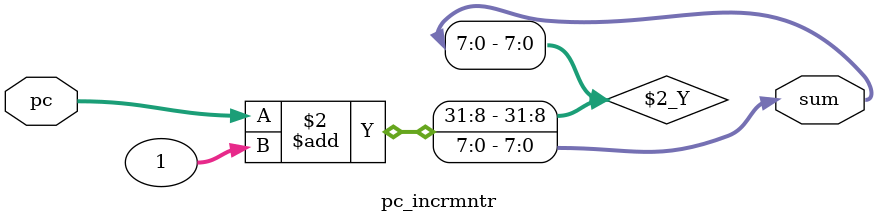
<source format=v>
module pc_incrmntr(pc,sum);
input [7:0] pc;

output reg [7:0] sum;

always @ (*)
begin
sum <= pc+1;
end
endmodule
</source>
